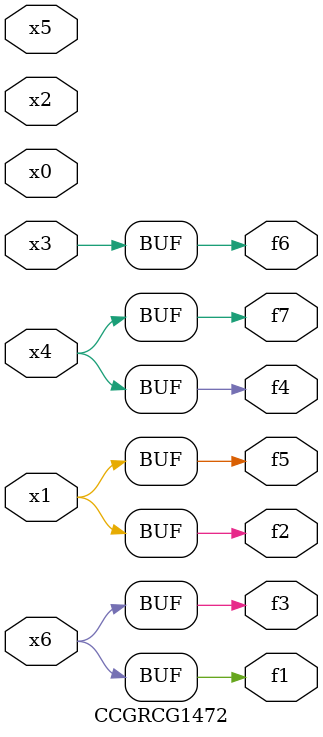
<source format=v>
module CCGRCG1472(
	input x0, x1, x2, x3, x4, x5, x6,
	output f1, f2, f3, f4, f5, f6, f7
);
	assign f1 = x6;
	assign f2 = x1;
	assign f3 = x6;
	assign f4 = x4;
	assign f5 = x1;
	assign f6 = x3;
	assign f7 = x4;
endmodule

</source>
